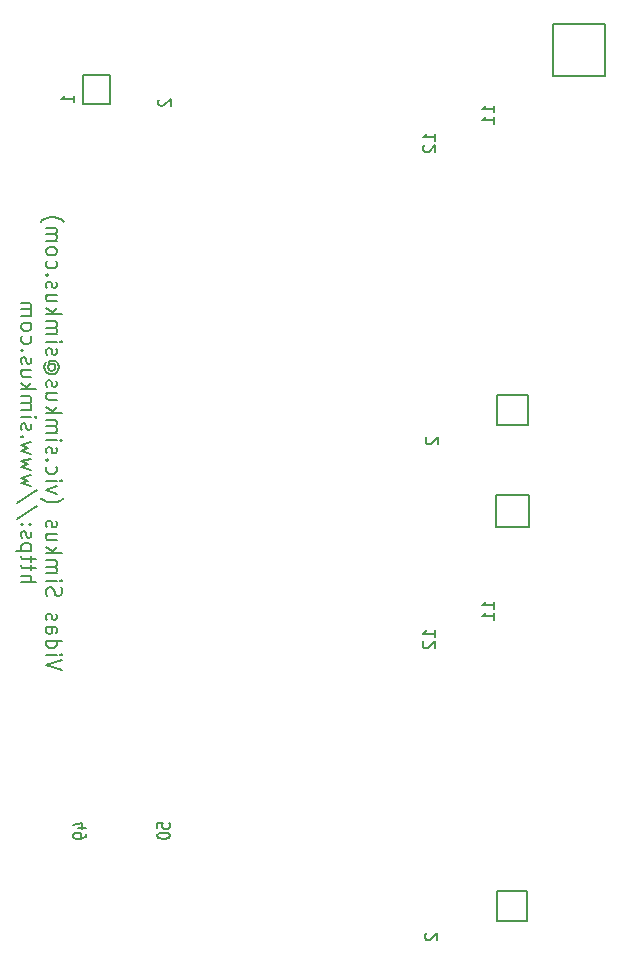
<source format=gbo>
G04 #@! TF.GenerationSoftware,KiCad,Pcbnew,5.0.2-bee76a0~70~ubuntu18.04.1*
G04 #@! TF.CreationDate,2019-05-29T18:19:34-05:00*
G04 #@! TF.ProjectId,ADAPTER_BOARD,41444150-5445-4525-9f42-4f4152442e6b,rev?*
G04 #@! TF.SameCoordinates,Original*
G04 #@! TF.FileFunction,Legend,Bot*
G04 #@! TF.FilePolarity,Positive*
%FSLAX46Y46*%
G04 Gerber Fmt 4.6, Leading zero omitted, Abs format (unit mm)*
G04 Created by KiCad (PCBNEW 5.0.2-bee76a0~70~ubuntu18.04.1) date Wed 29 May 2019 06:19:34 PM CDT*
%MOMM*%
%LPD*%
G01*
G04 APERTURE LIST*
%ADD10C,0.200000*%
%ADD11C,0.150000*%
G04 APERTURE END LIST*
D10*
X57586904Y-94452380D02*
X56286904Y-94019047D01*
X57586904Y-93585714D01*
X56286904Y-93152380D02*
X57153571Y-93152380D01*
X57586904Y-93152380D02*
X57525000Y-93214285D01*
X57463095Y-93152380D01*
X57525000Y-93090476D01*
X57586904Y-93152380D01*
X57463095Y-93152380D01*
X56286904Y-91976190D02*
X57586904Y-91976190D01*
X56348809Y-91976190D02*
X56286904Y-92100000D01*
X56286904Y-92347619D01*
X56348809Y-92471428D01*
X56410714Y-92533333D01*
X56534523Y-92595238D01*
X56905952Y-92595238D01*
X57029761Y-92533333D01*
X57091666Y-92471428D01*
X57153571Y-92347619D01*
X57153571Y-92100000D01*
X57091666Y-91976190D01*
X56286904Y-90800000D02*
X56967857Y-90800000D01*
X57091666Y-90861904D01*
X57153571Y-90985714D01*
X57153571Y-91233333D01*
X57091666Y-91357142D01*
X56348809Y-90800000D02*
X56286904Y-90923809D01*
X56286904Y-91233333D01*
X56348809Y-91357142D01*
X56472619Y-91419047D01*
X56596428Y-91419047D01*
X56720238Y-91357142D01*
X56782142Y-91233333D01*
X56782142Y-90923809D01*
X56844047Y-90800000D01*
X56348809Y-90242857D02*
X56286904Y-90119047D01*
X56286904Y-89871428D01*
X56348809Y-89747619D01*
X56472619Y-89685714D01*
X56534523Y-89685714D01*
X56658333Y-89747619D01*
X56720238Y-89871428D01*
X56720238Y-90057142D01*
X56782142Y-90180952D01*
X56905952Y-90242857D01*
X56967857Y-90242857D01*
X57091666Y-90180952D01*
X57153571Y-90057142D01*
X57153571Y-89871428D01*
X57091666Y-89747619D01*
X56348809Y-88200000D02*
X56286904Y-88014285D01*
X56286904Y-87704761D01*
X56348809Y-87580952D01*
X56410714Y-87519047D01*
X56534523Y-87457142D01*
X56658333Y-87457142D01*
X56782142Y-87519047D01*
X56844047Y-87580952D01*
X56905952Y-87704761D01*
X56967857Y-87952380D01*
X57029761Y-88076190D01*
X57091666Y-88138095D01*
X57215476Y-88200000D01*
X57339285Y-88200000D01*
X57463095Y-88138095D01*
X57525000Y-88076190D01*
X57586904Y-87952380D01*
X57586904Y-87642857D01*
X57525000Y-87457142D01*
X56286904Y-86900000D02*
X57153571Y-86900000D01*
X57586904Y-86900000D02*
X57525000Y-86961904D01*
X57463095Y-86900000D01*
X57525000Y-86838095D01*
X57586904Y-86900000D01*
X57463095Y-86900000D01*
X56286904Y-86280952D02*
X57153571Y-86280952D01*
X57029761Y-86280952D02*
X57091666Y-86219047D01*
X57153571Y-86095238D01*
X57153571Y-85909523D01*
X57091666Y-85785714D01*
X56967857Y-85723809D01*
X56286904Y-85723809D01*
X56967857Y-85723809D02*
X57091666Y-85661904D01*
X57153571Y-85538095D01*
X57153571Y-85352380D01*
X57091666Y-85228571D01*
X56967857Y-85166666D01*
X56286904Y-85166666D01*
X56286904Y-84547619D02*
X57586904Y-84547619D01*
X56782142Y-84423809D02*
X56286904Y-84052380D01*
X57153571Y-84052380D02*
X56658333Y-84547619D01*
X57153571Y-82938095D02*
X56286904Y-82938095D01*
X57153571Y-83495238D02*
X56472619Y-83495238D01*
X56348809Y-83433333D01*
X56286904Y-83309523D01*
X56286904Y-83123809D01*
X56348809Y-83000000D01*
X56410714Y-82938095D01*
X56348809Y-82380952D02*
X56286904Y-82257142D01*
X56286904Y-82009523D01*
X56348809Y-81885714D01*
X56472619Y-81823809D01*
X56534523Y-81823809D01*
X56658333Y-81885714D01*
X56720238Y-82009523D01*
X56720238Y-82195238D01*
X56782142Y-82319047D01*
X56905952Y-82380952D01*
X56967857Y-82380952D01*
X57091666Y-82319047D01*
X57153571Y-82195238D01*
X57153571Y-82009523D01*
X57091666Y-81885714D01*
X55791666Y-79904761D02*
X55853571Y-79966666D01*
X56039285Y-80090476D01*
X56163095Y-80152380D01*
X56348809Y-80214285D01*
X56658333Y-80276190D01*
X56905952Y-80276190D01*
X57215476Y-80214285D01*
X57401190Y-80152380D01*
X57525000Y-80090476D01*
X57710714Y-79966666D01*
X57772619Y-79904761D01*
X57153571Y-79533333D02*
X56286904Y-79223809D01*
X57153571Y-78914285D01*
X56286904Y-78419047D02*
X57153571Y-78419047D01*
X57586904Y-78419047D02*
X57525000Y-78480952D01*
X57463095Y-78419047D01*
X57525000Y-78357142D01*
X57586904Y-78419047D01*
X57463095Y-78419047D01*
X56348809Y-77242857D02*
X56286904Y-77366666D01*
X56286904Y-77614285D01*
X56348809Y-77738095D01*
X56410714Y-77800000D01*
X56534523Y-77861904D01*
X56905952Y-77861904D01*
X57029761Y-77800000D01*
X57091666Y-77738095D01*
X57153571Y-77614285D01*
X57153571Y-77366666D01*
X57091666Y-77242857D01*
X56410714Y-76685714D02*
X56348809Y-76623809D01*
X56286904Y-76685714D01*
X56348809Y-76747619D01*
X56410714Y-76685714D01*
X56286904Y-76685714D01*
X56348809Y-76128571D02*
X56286904Y-76004761D01*
X56286904Y-75757142D01*
X56348809Y-75633333D01*
X56472619Y-75571428D01*
X56534523Y-75571428D01*
X56658333Y-75633333D01*
X56720238Y-75757142D01*
X56720238Y-75942857D01*
X56782142Y-76066666D01*
X56905952Y-76128571D01*
X56967857Y-76128571D01*
X57091666Y-76066666D01*
X57153571Y-75942857D01*
X57153571Y-75757142D01*
X57091666Y-75633333D01*
X56286904Y-75014285D02*
X57153571Y-75014285D01*
X57586904Y-75014285D02*
X57525000Y-75076190D01*
X57463095Y-75014285D01*
X57525000Y-74952380D01*
X57586904Y-75014285D01*
X57463095Y-75014285D01*
X56286904Y-74395238D02*
X57153571Y-74395238D01*
X57029761Y-74395238D02*
X57091666Y-74333333D01*
X57153571Y-74209523D01*
X57153571Y-74023809D01*
X57091666Y-73900000D01*
X56967857Y-73838095D01*
X56286904Y-73838095D01*
X56967857Y-73838095D02*
X57091666Y-73776190D01*
X57153571Y-73652380D01*
X57153571Y-73466666D01*
X57091666Y-73342857D01*
X56967857Y-73280952D01*
X56286904Y-73280952D01*
X56286904Y-72661904D02*
X57586904Y-72661904D01*
X56782142Y-72538095D02*
X56286904Y-72166666D01*
X57153571Y-72166666D02*
X56658333Y-72661904D01*
X57153571Y-71052380D02*
X56286904Y-71052380D01*
X57153571Y-71609523D02*
X56472619Y-71609523D01*
X56348809Y-71547619D01*
X56286904Y-71423809D01*
X56286904Y-71238095D01*
X56348809Y-71114285D01*
X56410714Y-71052380D01*
X56348809Y-70495238D02*
X56286904Y-70371428D01*
X56286904Y-70123809D01*
X56348809Y-70000000D01*
X56472619Y-69938095D01*
X56534523Y-69938095D01*
X56658333Y-70000000D01*
X56720238Y-70123809D01*
X56720238Y-70309523D01*
X56782142Y-70433333D01*
X56905952Y-70495238D01*
X56967857Y-70495238D01*
X57091666Y-70433333D01*
X57153571Y-70309523D01*
X57153571Y-70123809D01*
X57091666Y-70000000D01*
X56905952Y-68576190D02*
X56967857Y-68638095D01*
X57029761Y-68761904D01*
X57029761Y-68885714D01*
X56967857Y-69009523D01*
X56905952Y-69071428D01*
X56782142Y-69133333D01*
X56658333Y-69133333D01*
X56534523Y-69071428D01*
X56472619Y-69009523D01*
X56410714Y-68885714D01*
X56410714Y-68761904D01*
X56472619Y-68638095D01*
X56534523Y-68576190D01*
X57029761Y-68576190D02*
X56534523Y-68576190D01*
X56472619Y-68514285D01*
X56472619Y-68452380D01*
X56534523Y-68328571D01*
X56658333Y-68266666D01*
X56967857Y-68266666D01*
X57153571Y-68390476D01*
X57277380Y-68576190D01*
X57339285Y-68823809D01*
X57277380Y-69071428D01*
X57153571Y-69257142D01*
X56967857Y-69380952D01*
X56720238Y-69442857D01*
X56472619Y-69380952D01*
X56286904Y-69257142D01*
X56163095Y-69071428D01*
X56101190Y-68823809D01*
X56163095Y-68576190D01*
X56286904Y-68390476D01*
X56348809Y-67771428D02*
X56286904Y-67647619D01*
X56286904Y-67400000D01*
X56348809Y-67276190D01*
X56472619Y-67214285D01*
X56534523Y-67214285D01*
X56658333Y-67276190D01*
X56720238Y-67400000D01*
X56720238Y-67585714D01*
X56782142Y-67709523D01*
X56905952Y-67771428D01*
X56967857Y-67771428D01*
X57091666Y-67709523D01*
X57153571Y-67585714D01*
X57153571Y-67400000D01*
X57091666Y-67276190D01*
X56286904Y-66657142D02*
X57153571Y-66657142D01*
X57586904Y-66657142D02*
X57525000Y-66719047D01*
X57463095Y-66657142D01*
X57525000Y-66595238D01*
X57586904Y-66657142D01*
X57463095Y-66657142D01*
X56286904Y-66038095D02*
X57153571Y-66038095D01*
X57029761Y-66038095D02*
X57091666Y-65976190D01*
X57153571Y-65852380D01*
X57153571Y-65666666D01*
X57091666Y-65542857D01*
X56967857Y-65480952D01*
X56286904Y-65480952D01*
X56967857Y-65480952D02*
X57091666Y-65419047D01*
X57153571Y-65295238D01*
X57153571Y-65109523D01*
X57091666Y-64985714D01*
X56967857Y-64923809D01*
X56286904Y-64923809D01*
X56286904Y-64304761D02*
X57586904Y-64304761D01*
X56782142Y-64180952D02*
X56286904Y-63809523D01*
X57153571Y-63809523D02*
X56658333Y-64304761D01*
X57153571Y-62695238D02*
X56286904Y-62695238D01*
X57153571Y-63252380D02*
X56472619Y-63252380D01*
X56348809Y-63190476D01*
X56286904Y-63066666D01*
X56286904Y-62880952D01*
X56348809Y-62757142D01*
X56410714Y-62695238D01*
X56348809Y-62138095D02*
X56286904Y-62014285D01*
X56286904Y-61766666D01*
X56348809Y-61642857D01*
X56472619Y-61580952D01*
X56534523Y-61580952D01*
X56658333Y-61642857D01*
X56720238Y-61766666D01*
X56720238Y-61952380D01*
X56782142Y-62076190D01*
X56905952Y-62138095D01*
X56967857Y-62138095D01*
X57091666Y-62076190D01*
X57153571Y-61952380D01*
X57153571Y-61766666D01*
X57091666Y-61642857D01*
X56410714Y-61023809D02*
X56348809Y-60961904D01*
X56286904Y-61023809D01*
X56348809Y-61085714D01*
X56410714Y-61023809D01*
X56286904Y-61023809D01*
X56348809Y-59847619D02*
X56286904Y-59971428D01*
X56286904Y-60219047D01*
X56348809Y-60342857D01*
X56410714Y-60404761D01*
X56534523Y-60466666D01*
X56905952Y-60466666D01*
X57029761Y-60404761D01*
X57091666Y-60342857D01*
X57153571Y-60219047D01*
X57153571Y-59971428D01*
X57091666Y-59847619D01*
X56286904Y-59104761D02*
X56348809Y-59228571D01*
X56410714Y-59290476D01*
X56534523Y-59352380D01*
X56905952Y-59352380D01*
X57029761Y-59290476D01*
X57091666Y-59228571D01*
X57153571Y-59104761D01*
X57153571Y-58919047D01*
X57091666Y-58795238D01*
X57029761Y-58733333D01*
X56905952Y-58671428D01*
X56534523Y-58671428D01*
X56410714Y-58733333D01*
X56348809Y-58795238D01*
X56286904Y-58919047D01*
X56286904Y-59104761D01*
X56286904Y-58114285D02*
X57153571Y-58114285D01*
X57029761Y-58114285D02*
X57091666Y-58052380D01*
X57153571Y-57928571D01*
X57153571Y-57742857D01*
X57091666Y-57619047D01*
X56967857Y-57557142D01*
X56286904Y-57557142D01*
X56967857Y-57557142D02*
X57091666Y-57495238D01*
X57153571Y-57371428D01*
X57153571Y-57185714D01*
X57091666Y-57061904D01*
X56967857Y-57000000D01*
X56286904Y-57000000D01*
X55791666Y-56504761D02*
X55853571Y-56442857D01*
X56039285Y-56319047D01*
X56163095Y-56257142D01*
X56348809Y-56195238D01*
X56658333Y-56133333D01*
X56905952Y-56133333D01*
X57215476Y-56195238D01*
X57401190Y-56257142D01*
X57525000Y-56319047D01*
X57710714Y-56442857D01*
X57772619Y-56504761D01*
X54136904Y-87023809D02*
X55436904Y-87023809D01*
X54136904Y-86466666D02*
X54817857Y-86466666D01*
X54941666Y-86528571D01*
X55003571Y-86652380D01*
X55003571Y-86838095D01*
X54941666Y-86961904D01*
X54879761Y-87023809D01*
X55003571Y-86033333D02*
X55003571Y-85538095D01*
X55436904Y-85847619D02*
X54322619Y-85847619D01*
X54198809Y-85785714D01*
X54136904Y-85661904D01*
X54136904Y-85538095D01*
X55003571Y-85290476D02*
X55003571Y-84795238D01*
X55436904Y-85104761D02*
X54322619Y-85104761D01*
X54198809Y-85042857D01*
X54136904Y-84919047D01*
X54136904Y-84795238D01*
X55003571Y-84361904D02*
X53703571Y-84361904D01*
X54941666Y-84361904D02*
X55003571Y-84238095D01*
X55003571Y-83990476D01*
X54941666Y-83866666D01*
X54879761Y-83804761D01*
X54755952Y-83742857D01*
X54384523Y-83742857D01*
X54260714Y-83804761D01*
X54198809Y-83866666D01*
X54136904Y-83990476D01*
X54136904Y-84238095D01*
X54198809Y-84361904D01*
X54198809Y-83247619D02*
X54136904Y-83123809D01*
X54136904Y-82876190D01*
X54198809Y-82752380D01*
X54322619Y-82690476D01*
X54384523Y-82690476D01*
X54508333Y-82752380D01*
X54570238Y-82876190D01*
X54570238Y-83061904D01*
X54632142Y-83185714D01*
X54755952Y-83247619D01*
X54817857Y-83247619D01*
X54941666Y-83185714D01*
X55003571Y-83061904D01*
X55003571Y-82876190D01*
X54941666Y-82752380D01*
X54260714Y-82133333D02*
X54198809Y-82071428D01*
X54136904Y-82133333D01*
X54198809Y-82195238D01*
X54260714Y-82133333D01*
X54136904Y-82133333D01*
X54941666Y-82133333D02*
X54879761Y-82071428D01*
X54817857Y-82133333D01*
X54879761Y-82195238D01*
X54941666Y-82133333D01*
X54817857Y-82133333D01*
X55498809Y-80585714D02*
X53827380Y-81700000D01*
X55498809Y-79223809D02*
X53827380Y-80338095D01*
X55003571Y-78914285D02*
X54136904Y-78666666D01*
X54755952Y-78419047D01*
X54136904Y-78171428D01*
X55003571Y-77923809D01*
X55003571Y-77552380D02*
X54136904Y-77304761D01*
X54755952Y-77057142D01*
X54136904Y-76809523D01*
X55003571Y-76561904D01*
X55003571Y-76190476D02*
X54136904Y-75942857D01*
X54755952Y-75695238D01*
X54136904Y-75447619D01*
X55003571Y-75200000D01*
X54260714Y-74704761D02*
X54198809Y-74642857D01*
X54136904Y-74704761D01*
X54198809Y-74766666D01*
X54260714Y-74704761D01*
X54136904Y-74704761D01*
X54198809Y-74147619D02*
X54136904Y-74023809D01*
X54136904Y-73776190D01*
X54198809Y-73652380D01*
X54322619Y-73590476D01*
X54384523Y-73590476D01*
X54508333Y-73652380D01*
X54570238Y-73776190D01*
X54570238Y-73961904D01*
X54632142Y-74085714D01*
X54755952Y-74147619D01*
X54817857Y-74147619D01*
X54941666Y-74085714D01*
X55003571Y-73961904D01*
X55003571Y-73776190D01*
X54941666Y-73652380D01*
X54136904Y-73033333D02*
X55003571Y-73033333D01*
X55436904Y-73033333D02*
X55375000Y-73095238D01*
X55313095Y-73033333D01*
X55375000Y-72971428D01*
X55436904Y-73033333D01*
X55313095Y-73033333D01*
X54136904Y-72414285D02*
X55003571Y-72414285D01*
X54879761Y-72414285D02*
X54941666Y-72352380D01*
X55003571Y-72228571D01*
X55003571Y-72042857D01*
X54941666Y-71919047D01*
X54817857Y-71857142D01*
X54136904Y-71857142D01*
X54817857Y-71857142D02*
X54941666Y-71795238D01*
X55003571Y-71671428D01*
X55003571Y-71485714D01*
X54941666Y-71361904D01*
X54817857Y-71300000D01*
X54136904Y-71300000D01*
X54136904Y-70680952D02*
X55436904Y-70680952D01*
X54632142Y-70557142D02*
X54136904Y-70185714D01*
X55003571Y-70185714D02*
X54508333Y-70680952D01*
X55003571Y-69071428D02*
X54136904Y-69071428D01*
X55003571Y-69628571D02*
X54322619Y-69628571D01*
X54198809Y-69566666D01*
X54136904Y-69442857D01*
X54136904Y-69257142D01*
X54198809Y-69133333D01*
X54260714Y-69071428D01*
X54198809Y-68514285D02*
X54136904Y-68390476D01*
X54136904Y-68142857D01*
X54198809Y-68019047D01*
X54322619Y-67957142D01*
X54384523Y-67957142D01*
X54508333Y-68019047D01*
X54570238Y-68142857D01*
X54570238Y-68328571D01*
X54632142Y-68452380D01*
X54755952Y-68514285D01*
X54817857Y-68514285D01*
X54941666Y-68452380D01*
X55003571Y-68328571D01*
X55003571Y-68142857D01*
X54941666Y-68019047D01*
X54260714Y-67400000D02*
X54198809Y-67338095D01*
X54136904Y-67400000D01*
X54198809Y-67461904D01*
X54260714Y-67400000D01*
X54136904Y-67400000D01*
X54198809Y-66223809D02*
X54136904Y-66347619D01*
X54136904Y-66595238D01*
X54198809Y-66719047D01*
X54260714Y-66780952D01*
X54384523Y-66842857D01*
X54755952Y-66842857D01*
X54879761Y-66780952D01*
X54941666Y-66719047D01*
X55003571Y-66595238D01*
X55003571Y-66347619D01*
X54941666Y-66223809D01*
X54136904Y-65480952D02*
X54198809Y-65604761D01*
X54260714Y-65666666D01*
X54384523Y-65728571D01*
X54755952Y-65728571D01*
X54879761Y-65666666D01*
X54941666Y-65604761D01*
X55003571Y-65480952D01*
X55003571Y-65295238D01*
X54941666Y-65171428D01*
X54879761Y-65109523D01*
X54755952Y-65047619D01*
X54384523Y-65047619D01*
X54260714Y-65109523D01*
X54198809Y-65171428D01*
X54136904Y-65295238D01*
X54136904Y-65480952D01*
X54136904Y-64490476D02*
X55003571Y-64490476D01*
X54879761Y-64490476D02*
X54941666Y-64428571D01*
X55003571Y-64304761D01*
X55003571Y-64119047D01*
X54941666Y-63995238D01*
X54817857Y-63933333D01*
X54136904Y-63933333D01*
X54817857Y-63933333D02*
X54941666Y-63871428D01*
X55003571Y-63747619D01*
X55003571Y-63561904D01*
X54941666Y-63438095D01*
X54817857Y-63376190D01*
X54136904Y-63376190D01*
D11*
G04 #@! TO.C,BOARD1*
X60500000Y-44100000D02*
X61700000Y-44100000D01*
X61700000Y-44100000D02*
X61700000Y-46500000D01*
X61700000Y-46500000D02*
X59400000Y-46500000D01*
X59400000Y-46500000D02*
X59400000Y-44100000D01*
X59400000Y-44100000D02*
X60500000Y-44100000D01*
G04 #@! TO.C,PLC1-12*
X94450000Y-73750000D02*
X94450000Y-71150000D01*
X94450000Y-71150000D02*
X97050000Y-71150000D01*
X97050000Y-71150000D02*
X97050000Y-73750000D01*
X97050000Y-73750000D02*
X94450000Y-73750000D01*
G04 #@! TO.C,PLC13-14*
X94400000Y-115750000D02*
X94400000Y-113150000D01*
X94400000Y-113150000D02*
X97000000Y-113150000D01*
X97000000Y-113150000D02*
X97000000Y-115750000D01*
X97000000Y-115750000D02*
X94400000Y-115750000D01*
G04 #@! TO.C,PLC24*
X97120000Y-82350000D02*
X94320000Y-82350000D01*
X97120000Y-79650000D02*
X97120000Y-82350000D01*
X94320000Y-79650000D02*
X97120000Y-79650000D01*
X94320000Y-82350000D02*
X94320000Y-79650000D01*
G04 #@! TO.C,VDC24*
X99210000Y-44150000D02*
X103610000Y-44150000D01*
X99210000Y-39750000D02*
X99210000Y-44150000D01*
X103610000Y-39750000D02*
X99210000Y-39750000D01*
X103610000Y-44150000D02*
X103610000Y-39750000D01*
G04 #@! TO.C,BOARD1*
D10*
X65647619Y-107858571D02*
X65647619Y-107439523D01*
X66171428Y-107397619D01*
X66119047Y-107439523D01*
X66066666Y-107523333D01*
X66066666Y-107732857D01*
X66119047Y-107816666D01*
X66171428Y-107858571D01*
X66276190Y-107900476D01*
X66538095Y-107900476D01*
X66642857Y-107858571D01*
X66695238Y-107816666D01*
X66747619Y-107732857D01*
X66747619Y-107523333D01*
X66695238Y-107439523D01*
X66642857Y-107397619D01*
X65647619Y-108445238D02*
X65647619Y-108529047D01*
X65700000Y-108612857D01*
X65752380Y-108654761D01*
X65857142Y-108696666D01*
X66066666Y-108738571D01*
X66328571Y-108738571D01*
X66538095Y-108696666D01*
X66642857Y-108654761D01*
X66695238Y-108612857D01*
X66747619Y-108529047D01*
X66747619Y-108445238D01*
X66695238Y-108361428D01*
X66642857Y-108319523D01*
X66538095Y-108277619D01*
X66328571Y-108235714D01*
X66066666Y-108235714D01*
X65857142Y-108277619D01*
X65752380Y-108319523D01*
X65700000Y-108361428D01*
X65647619Y-108445238D01*
X65852380Y-46197619D02*
X65800000Y-46239523D01*
X65747619Y-46323333D01*
X65747619Y-46532857D01*
X65800000Y-46616666D01*
X65852380Y-46658571D01*
X65957142Y-46700476D01*
X66061904Y-46700476D01*
X66219047Y-46658571D01*
X66847619Y-46155714D01*
X66847619Y-46700476D01*
X58914285Y-107816666D02*
X59647619Y-107816666D01*
X58495238Y-107607142D02*
X59280952Y-107397619D01*
X59280952Y-107942380D01*
X59647619Y-108319523D02*
X59647619Y-108487142D01*
X59595238Y-108570952D01*
X59542857Y-108612857D01*
X59385714Y-108696666D01*
X59176190Y-108738571D01*
X58757142Y-108738571D01*
X58652380Y-108696666D01*
X58600000Y-108654761D01*
X58547619Y-108570952D01*
X58547619Y-108403333D01*
X58600000Y-108319523D01*
X58652380Y-108277619D01*
X58757142Y-108235714D01*
X59019047Y-108235714D01*
X59123809Y-108277619D01*
X59176190Y-108319523D01*
X59228571Y-108403333D01*
X59228571Y-108570952D01*
X59176190Y-108654761D01*
X59123809Y-108696666D01*
X59019047Y-108738571D01*
X58647619Y-46400476D02*
X58647619Y-45897619D01*
X58647619Y-46149047D02*
X57547619Y-46149047D01*
X57704761Y-46065238D01*
X57809523Y-45981428D01*
X57861904Y-45897619D01*
G04 #@! TO.C,PLC1-12*
D11*
X89202380Y-49659523D02*
X89202380Y-49088095D01*
X89202380Y-49373809D02*
X88202380Y-49373809D01*
X88345238Y-49278571D01*
X88440476Y-49183333D01*
X88488095Y-49088095D01*
X88297619Y-50040476D02*
X88250000Y-50088095D01*
X88202380Y-50183333D01*
X88202380Y-50421428D01*
X88250000Y-50516666D01*
X88297619Y-50564285D01*
X88392857Y-50611904D01*
X88488095Y-50611904D01*
X88630952Y-50564285D01*
X89202380Y-49992857D01*
X89202380Y-50611904D01*
X94202380Y-47259523D02*
X94202380Y-46688095D01*
X94202380Y-46973809D02*
X93202380Y-46973809D01*
X93345238Y-46878571D01*
X93440476Y-46783333D01*
X93488095Y-46688095D01*
X94202380Y-48211904D02*
X94202380Y-47640476D01*
X94202380Y-47926190D02*
X93202380Y-47926190D01*
X93345238Y-47830952D01*
X93440476Y-47735714D01*
X93488095Y-47640476D01*
X88497619Y-74764285D02*
X88450000Y-74811904D01*
X88402380Y-74907142D01*
X88402380Y-75145238D01*
X88450000Y-75240476D01*
X88497619Y-75288095D01*
X88592857Y-75335714D01*
X88688095Y-75335714D01*
X88830952Y-75288095D01*
X89402380Y-74716666D01*
X89402380Y-75335714D01*
G04 #@! TO.C,PLC13-14*
X89152380Y-91659523D02*
X89152380Y-91088095D01*
X89152380Y-91373809D02*
X88152380Y-91373809D01*
X88295238Y-91278571D01*
X88390476Y-91183333D01*
X88438095Y-91088095D01*
X88247619Y-92040476D02*
X88200000Y-92088095D01*
X88152380Y-92183333D01*
X88152380Y-92421428D01*
X88200000Y-92516666D01*
X88247619Y-92564285D01*
X88342857Y-92611904D01*
X88438095Y-92611904D01*
X88580952Y-92564285D01*
X89152380Y-91992857D01*
X89152380Y-92611904D01*
X94152380Y-89259523D02*
X94152380Y-88688095D01*
X94152380Y-88973809D02*
X93152380Y-88973809D01*
X93295238Y-88878571D01*
X93390476Y-88783333D01*
X93438095Y-88688095D01*
X94152380Y-90211904D02*
X94152380Y-89640476D01*
X94152380Y-89926190D02*
X93152380Y-89926190D01*
X93295238Y-89830952D01*
X93390476Y-89735714D01*
X93438095Y-89640476D01*
X88447619Y-116764285D02*
X88400000Y-116811904D01*
X88352380Y-116907142D01*
X88352380Y-117145238D01*
X88400000Y-117240476D01*
X88447619Y-117288095D01*
X88542857Y-117335714D01*
X88638095Y-117335714D01*
X88780952Y-117288095D01*
X89352380Y-116716666D01*
X89352380Y-117335714D01*
G04 #@! TD*
M02*

</source>
